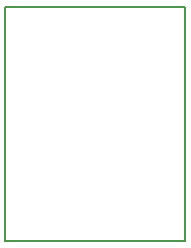
<source format=gbr>
G04 DipTrace 2.3.0.3*
%INBoardOutline.gbr*%
%MOIN*%
%ADD11C,0.0055*%
%FSLAX44Y44*%
G04*
G70*
G90*
G75*
G01*
%LNBoardOutline*%
%LPD*%
X3940Y3940D2*
D11*
X9940D1*
Y11753D1*
X3940D1*
Y3940D1*
M02*

</source>
